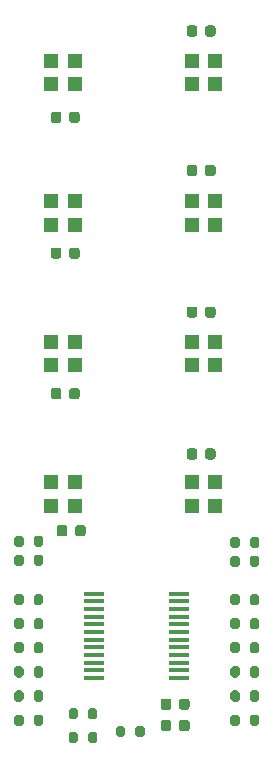
<source format=gtp>
%TF.GenerationSoftware,KiCad,Pcbnew,(5.1.12)-1*%
%TF.CreationDate,2022-08-18T11:29:56-07:00*%
%TF.ProjectId,HighPressureSensorArray,48696768-5072-4657-9373-75726553656e,rev?*%
%TF.SameCoordinates,Original*%
%TF.FileFunction,Paste,Top*%
%TF.FilePolarity,Positive*%
%FSLAX46Y46*%
G04 Gerber Fmt 4.6, Leading zero omitted, Abs format (unit mm)*
G04 Created by KiCad (PCBNEW (5.1.12)-1) date 2022-08-18 11:29:56*
%MOMM*%
%LPD*%
G01*
G04 APERTURE LIST*
%ADD10R,1.300000X1.300000*%
%ADD11R,1.750000X0.450000*%
G04 APERTURE END LIST*
D10*
X122812600Y-68900400D03*
X122812600Y-66900400D03*
X124812600Y-68900400D03*
X124812600Y-66900400D03*
G36*
G01*
X124325000Y-36250000D02*
X124325000Y-35750000D01*
G75*
G02*
X124550000Y-35525000I225000J0D01*
G01*
X125000000Y-35525000D01*
G75*
G02*
X125225000Y-35750000I0J-225000D01*
G01*
X125225000Y-36250000D01*
G75*
G02*
X125000000Y-36475000I-225000J0D01*
G01*
X124550000Y-36475000D01*
G75*
G02*
X124325000Y-36250000I0J225000D01*
G01*
G37*
G36*
G01*
X122775000Y-36250000D02*
X122775000Y-35750000D01*
G75*
G02*
X123000000Y-35525000I225000J0D01*
G01*
X123450000Y-35525000D01*
G75*
G02*
X123675000Y-35750000I0J-225000D01*
G01*
X123675000Y-36250000D01*
G75*
G02*
X123450000Y-36475000I-225000J0D01*
G01*
X123000000Y-36475000D01*
G75*
G02*
X122775000Y-36250000I0J225000D01*
G01*
G37*
G36*
G01*
X122775000Y-47750000D02*
X122775000Y-47250000D01*
G75*
G02*
X123000000Y-47025000I225000J0D01*
G01*
X123450000Y-47025000D01*
G75*
G02*
X123675000Y-47250000I0J-225000D01*
G01*
X123675000Y-47750000D01*
G75*
G02*
X123450000Y-47975000I-225000J0D01*
G01*
X123000000Y-47975000D01*
G75*
G02*
X122775000Y-47750000I0J225000D01*
G01*
G37*
G36*
G01*
X124325000Y-47750000D02*
X124325000Y-47250000D01*
G75*
G02*
X124550000Y-47025000I225000J0D01*
G01*
X125000000Y-47025000D01*
G75*
G02*
X125225000Y-47250000I0J-225000D01*
G01*
X125225000Y-47750000D01*
G75*
G02*
X125000000Y-47975000I-225000J0D01*
G01*
X124550000Y-47975000D01*
G75*
G02*
X124325000Y-47750000I0J225000D01*
G01*
G37*
G36*
G01*
X124325000Y-59650000D02*
X124325000Y-59150000D01*
G75*
G02*
X124550000Y-58925000I225000J0D01*
G01*
X125000000Y-58925000D01*
G75*
G02*
X125225000Y-59150000I0J-225000D01*
G01*
X125225000Y-59650000D01*
G75*
G02*
X125000000Y-59875000I-225000J0D01*
G01*
X124550000Y-59875000D01*
G75*
G02*
X124325000Y-59650000I0J225000D01*
G01*
G37*
G36*
G01*
X122775000Y-59650000D02*
X122775000Y-59150000D01*
G75*
G02*
X123000000Y-58925000I225000J0D01*
G01*
X123450000Y-58925000D01*
G75*
G02*
X123675000Y-59150000I0J-225000D01*
G01*
X123675000Y-59650000D01*
G75*
G02*
X123450000Y-59875000I-225000J0D01*
G01*
X123000000Y-59875000D01*
G75*
G02*
X122775000Y-59650000I0J225000D01*
G01*
G37*
G36*
G01*
X123275000Y-71250000D02*
X123275000Y-70750000D01*
G75*
G02*
X123500000Y-70525000I225000J0D01*
G01*
X123950000Y-70525000D01*
G75*
G02*
X124175000Y-70750000I0J-225000D01*
G01*
X124175000Y-71250000D01*
G75*
G02*
X123950000Y-71475000I-225000J0D01*
G01*
X123500000Y-71475000D01*
G75*
G02*
X123275000Y-71250000I0J225000D01*
G01*
G37*
G36*
G01*
X124825000Y-71250000D02*
X124825000Y-70750000D01*
G75*
G02*
X125050000Y-70525000I225000J0D01*
G01*
X125500000Y-70525000D01*
G75*
G02*
X125725000Y-70750000I0J-225000D01*
G01*
X125725000Y-71250000D01*
G75*
G02*
X125500000Y-71475000I-225000J0D01*
G01*
X125050000Y-71475000D01*
G75*
G02*
X124825000Y-71250000I0J225000D01*
G01*
G37*
G36*
G01*
X135175000Y-28450000D02*
X135175000Y-28950000D01*
G75*
G02*
X134950000Y-29175000I-225000J0D01*
G01*
X134500000Y-29175000D01*
G75*
G02*
X134275000Y-28950000I0J225000D01*
G01*
X134275000Y-28450000D01*
G75*
G02*
X134500000Y-28225000I225000J0D01*
G01*
X134950000Y-28225000D01*
G75*
G02*
X135175000Y-28450000I0J-225000D01*
G01*
G37*
G36*
G01*
X136725000Y-28450000D02*
X136725000Y-28950000D01*
G75*
G02*
X136500000Y-29175000I-225000J0D01*
G01*
X136050000Y-29175000D01*
G75*
G02*
X135825000Y-28950000I0J225000D01*
G01*
X135825000Y-28450000D01*
G75*
G02*
X136050000Y-28225000I225000J0D01*
G01*
X136500000Y-28225000D01*
G75*
G02*
X136725000Y-28450000I0J-225000D01*
G01*
G37*
G36*
G01*
X136725000Y-40250000D02*
X136725000Y-40750000D01*
G75*
G02*
X136500000Y-40975000I-225000J0D01*
G01*
X136050000Y-40975000D01*
G75*
G02*
X135825000Y-40750000I0J225000D01*
G01*
X135825000Y-40250000D01*
G75*
G02*
X136050000Y-40025000I225000J0D01*
G01*
X136500000Y-40025000D01*
G75*
G02*
X136725000Y-40250000I0J-225000D01*
G01*
G37*
G36*
G01*
X135175000Y-40250000D02*
X135175000Y-40750000D01*
G75*
G02*
X134950000Y-40975000I-225000J0D01*
G01*
X134500000Y-40975000D01*
G75*
G02*
X134275000Y-40750000I0J225000D01*
G01*
X134275000Y-40250000D01*
G75*
G02*
X134500000Y-40025000I225000J0D01*
G01*
X134950000Y-40025000D01*
G75*
G02*
X135175000Y-40250000I0J-225000D01*
G01*
G37*
G36*
G01*
X136725000Y-52250000D02*
X136725000Y-52750000D01*
G75*
G02*
X136500000Y-52975000I-225000J0D01*
G01*
X136050000Y-52975000D01*
G75*
G02*
X135825000Y-52750000I0J225000D01*
G01*
X135825000Y-52250000D01*
G75*
G02*
X136050000Y-52025000I225000J0D01*
G01*
X136500000Y-52025000D01*
G75*
G02*
X136725000Y-52250000I0J-225000D01*
G01*
G37*
G36*
G01*
X135175000Y-52250000D02*
X135175000Y-52750000D01*
G75*
G02*
X134950000Y-52975000I-225000J0D01*
G01*
X134500000Y-52975000D01*
G75*
G02*
X134275000Y-52750000I0J225000D01*
G01*
X134275000Y-52250000D01*
G75*
G02*
X134500000Y-52025000I225000J0D01*
G01*
X134950000Y-52025000D01*
G75*
G02*
X135175000Y-52250000I0J-225000D01*
G01*
G37*
G36*
G01*
X135175000Y-64250000D02*
X135175000Y-64750000D01*
G75*
G02*
X134950000Y-64975000I-225000J0D01*
G01*
X134500000Y-64975000D01*
G75*
G02*
X134275000Y-64750000I0J225000D01*
G01*
X134275000Y-64250000D01*
G75*
G02*
X134500000Y-64025000I225000J0D01*
G01*
X134950000Y-64025000D01*
G75*
G02*
X135175000Y-64250000I0J-225000D01*
G01*
G37*
G36*
G01*
X136725000Y-64250000D02*
X136725000Y-64750000D01*
G75*
G02*
X136500000Y-64975000I-225000J0D01*
G01*
X136050000Y-64975000D01*
G75*
G02*
X135825000Y-64750000I0J225000D01*
G01*
X135825000Y-64250000D01*
G75*
G02*
X136050000Y-64025000I225000J0D01*
G01*
X136500000Y-64025000D01*
G75*
G02*
X136725000Y-64250000I0J-225000D01*
G01*
G37*
G36*
G01*
X132075000Y-85950000D02*
X132075000Y-85450000D01*
G75*
G02*
X132300000Y-85225000I225000J0D01*
G01*
X132750000Y-85225000D01*
G75*
G02*
X132975000Y-85450000I0J-225000D01*
G01*
X132975000Y-85950000D01*
G75*
G02*
X132750000Y-86175000I-225000J0D01*
G01*
X132300000Y-86175000D01*
G75*
G02*
X132075000Y-85950000I0J225000D01*
G01*
G37*
G36*
G01*
X133625000Y-85950000D02*
X133625000Y-85450000D01*
G75*
G02*
X133850000Y-85225000I225000J0D01*
G01*
X134300000Y-85225000D01*
G75*
G02*
X134525000Y-85450000I0J-225000D01*
G01*
X134525000Y-85950000D01*
G75*
G02*
X134300000Y-86175000I-225000J0D01*
G01*
X133850000Y-86175000D01*
G75*
G02*
X133625000Y-85950000I0J225000D01*
G01*
G37*
G36*
G01*
X133625000Y-87750000D02*
X133625000Y-87250000D01*
G75*
G02*
X133850000Y-87025000I225000J0D01*
G01*
X134300000Y-87025000D01*
G75*
G02*
X134525000Y-87250000I0J-225000D01*
G01*
X134525000Y-87750000D01*
G75*
G02*
X134300000Y-87975000I-225000J0D01*
G01*
X133850000Y-87975000D01*
G75*
G02*
X133625000Y-87750000I0J225000D01*
G01*
G37*
G36*
G01*
X132075000Y-87750000D02*
X132075000Y-87250000D01*
G75*
G02*
X132300000Y-87025000I225000J0D01*
G01*
X132750000Y-87025000D01*
G75*
G02*
X132975000Y-87250000I0J-225000D01*
G01*
X132975000Y-87750000D01*
G75*
G02*
X132750000Y-87975000I-225000J0D01*
G01*
X132300000Y-87975000D01*
G75*
G02*
X132075000Y-87750000I0J225000D01*
G01*
G37*
G36*
G01*
X138775000Y-73325000D02*
X138775000Y-73875000D01*
G75*
G02*
X138575000Y-74075000I-200000J0D01*
G01*
X138175000Y-74075000D01*
G75*
G02*
X137975000Y-73875000I0J200000D01*
G01*
X137975000Y-73325000D01*
G75*
G02*
X138175000Y-73125000I200000J0D01*
G01*
X138575000Y-73125000D01*
G75*
G02*
X138775000Y-73325000I0J-200000D01*
G01*
G37*
G36*
G01*
X140425000Y-73325000D02*
X140425000Y-73875000D01*
G75*
G02*
X140225000Y-74075000I-200000J0D01*
G01*
X139825000Y-74075000D01*
G75*
G02*
X139625000Y-73875000I0J200000D01*
G01*
X139625000Y-73325000D01*
G75*
G02*
X139825000Y-73125000I200000J0D01*
G01*
X140225000Y-73125000D01*
G75*
G02*
X140425000Y-73325000I0J-200000D01*
G01*
G37*
G36*
G01*
X140425000Y-71725000D02*
X140425000Y-72275000D01*
G75*
G02*
X140225000Y-72475000I-200000J0D01*
G01*
X139825000Y-72475000D01*
G75*
G02*
X139625000Y-72275000I0J200000D01*
G01*
X139625000Y-71725000D01*
G75*
G02*
X139825000Y-71525000I200000J0D01*
G01*
X140225000Y-71525000D01*
G75*
G02*
X140425000Y-71725000I0J-200000D01*
G01*
G37*
G36*
G01*
X138775000Y-71725000D02*
X138775000Y-72275000D01*
G75*
G02*
X138575000Y-72475000I-200000J0D01*
G01*
X138175000Y-72475000D01*
G75*
G02*
X137975000Y-72275000I0J200000D01*
G01*
X137975000Y-71725000D01*
G75*
G02*
X138175000Y-71525000I200000J0D01*
G01*
X138575000Y-71525000D01*
G75*
G02*
X138775000Y-71725000I0J-200000D01*
G01*
G37*
G36*
G01*
X140425000Y-78604590D02*
X140425000Y-79154590D01*
G75*
G02*
X140225000Y-79354590I-200000J0D01*
G01*
X139825000Y-79354590D01*
G75*
G02*
X139625000Y-79154590I0J200000D01*
G01*
X139625000Y-78604590D01*
G75*
G02*
X139825000Y-78404590I200000J0D01*
G01*
X140225000Y-78404590D01*
G75*
G02*
X140425000Y-78604590I0J-200000D01*
G01*
G37*
G36*
G01*
X138775000Y-78604590D02*
X138775000Y-79154590D01*
G75*
G02*
X138575000Y-79354590I-200000J0D01*
G01*
X138175000Y-79354590D01*
G75*
G02*
X137975000Y-79154590I0J200000D01*
G01*
X137975000Y-78604590D01*
G75*
G02*
X138175000Y-78404590I200000J0D01*
G01*
X138575000Y-78404590D01*
G75*
G02*
X138775000Y-78604590I0J-200000D01*
G01*
G37*
G36*
G01*
X138775000Y-76563774D02*
X138775000Y-77113774D01*
G75*
G02*
X138575000Y-77313774I-200000J0D01*
G01*
X138175000Y-77313774D01*
G75*
G02*
X137975000Y-77113774I0J200000D01*
G01*
X137975000Y-76563774D01*
G75*
G02*
X138175000Y-76363774I200000J0D01*
G01*
X138575000Y-76363774D01*
G75*
G02*
X138775000Y-76563774I0J-200000D01*
G01*
G37*
G36*
G01*
X140425000Y-76563774D02*
X140425000Y-77113774D01*
G75*
G02*
X140225000Y-77313774I-200000J0D01*
G01*
X139825000Y-77313774D01*
G75*
G02*
X139625000Y-77113774I0J200000D01*
G01*
X139625000Y-76563774D01*
G75*
G02*
X139825000Y-76363774I200000J0D01*
G01*
X140225000Y-76363774D01*
G75*
G02*
X140425000Y-76563774I0J-200000D01*
G01*
G37*
G36*
G01*
X138775000Y-82686222D02*
X138775000Y-83236222D01*
G75*
G02*
X138575000Y-83436222I-200000J0D01*
G01*
X138175000Y-83436222D01*
G75*
G02*
X137975000Y-83236222I0J200000D01*
G01*
X137975000Y-82686222D01*
G75*
G02*
X138175000Y-82486222I200000J0D01*
G01*
X138575000Y-82486222D01*
G75*
G02*
X138775000Y-82686222I0J-200000D01*
G01*
G37*
G36*
G01*
X140425000Y-82686222D02*
X140425000Y-83236222D01*
G75*
G02*
X140225000Y-83436222I-200000J0D01*
G01*
X139825000Y-83436222D01*
G75*
G02*
X139625000Y-83236222I0J200000D01*
G01*
X139625000Y-82686222D01*
G75*
G02*
X139825000Y-82486222I200000J0D01*
G01*
X140225000Y-82486222D01*
G75*
G02*
X140425000Y-82686222I0J-200000D01*
G01*
G37*
G36*
G01*
X140425000Y-80645406D02*
X140425000Y-81195406D01*
G75*
G02*
X140225000Y-81395406I-200000J0D01*
G01*
X139825000Y-81395406D01*
G75*
G02*
X139625000Y-81195406I0J200000D01*
G01*
X139625000Y-80645406D01*
G75*
G02*
X139825000Y-80445406I200000J0D01*
G01*
X140225000Y-80445406D01*
G75*
G02*
X140425000Y-80645406I0J-200000D01*
G01*
G37*
G36*
G01*
X138775000Y-80645406D02*
X138775000Y-81195406D01*
G75*
G02*
X138575000Y-81395406I-200000J0D01*
G01*
X138175000Y-81395406D01*
G75*
G02*
X137975000Y-81195406I0J200000D01*
G01*
X137975000Y-80645406D01*
G75*
G02*
X138175000Y-80445406I200000J0D01*
G01*
X138575000Y-80445406D01*
G75*
G02*
X138775000Y-80645406I0J-200000D01*
G01*
G37*
G36*
G01*
X140425000Y-86767857D02*
X140425000Y-87317857D01*
G75*
G02*
X140225000Y-87517857I-200000J0D01*
G01*
X139825000Y-87517857D01*
G75*
G02*
X139625000Y-87317857I0J200000D01*
G01*
X139625000Y-86767857D01*
G75*
G02*
X139825000Y-86567857I200000J0D01*
G01*
X140225000Y-86567857D01*
G75*
G02*
X140425000Y-86767857I0J-200000D01*
G01*
G37*
G36*
G01*
X138775000Y-86767857D02*
X138775000Y-87317857D01*
G75*
G02*
X138575000Y-87517857I-200000J0D01*
G01*
X138175000Y-87517857D01*
G75*
G02*
X137975000Y-87317857I0J200000D01*
G01*
X137975000Y-86767857D01*
G75*
G02*
X138175000Y-86567857I200000J0D01*
G01*
X138575000Y-86567857D01*
G75*
G02*
X138775000Y-86767857I0J-200000D01*
G01*
G37*
G36*
G01*
X138775000Y-84727038D02*
X138775000Y-85277038D01*
G75*
G02*
X138575000Y-85477038I-200000J0D01*
G01*
X138175000Y-85477038D01*
G75*
G02*
X137975000Y-85277038I0J200000D01*
G01*
X137975000Y-84727038D01*
G75*
G02*
X138175000Y-84527038I200000J0D01*
G01*
X138575000Y-84527038D01*
G75*
G02*
X138775000Y-84727038I0J-200000D01*
G01*
G37*
G36*
G01*
X140425000Y-84727038D02*
X140425000Y-85277038D01*
G75*
G02*
X140225000Y-85477038I-200000J0D01*
G01*
X139825000Y-85477038D01*
G75*
G02*
X139625000Y-85277038I0J200000D01*
G01*
X139625000Y-84727038D01*
G75*
G02*
X139825000Y-84527038I200000J0D01*
G01*
X140225000Y-84527038D01*
G75*
G02*
X140425000Y-84727038I0J-200000D01*
G01*
G37*
G36*
G01*
X119675000Y-85276016D02*
X119675000Y-84726016D01*
G75*
G02*
X119875000Y-84526016I200000J0D01*
G01*
X120275000Y-84526016D01*
G75*
G02*
X120475000Y-84726016I0J-200000D01*
G01*
X120475000Y-85276016D01*
G75*
G02*
X120275000Y-85476016I-200000J0D01*
G01*
X119875000Y-85476016D01*
G75*
G02*
X119675000Y-85276016I0J200000D01*
G01*
G37*
G36*
G01*
X121325000Y-85276016D02*
X121325000Y-84726016D01*
G75*
G02*
X121525000Y-84526016I200000J0D01*
G01*
X121925000Y-84526016D01*
G75*
G02*
X122125000Y-84726016I0J-200000D01*
G01*
X122125000Y-85276016D01*
G75*
G02*
X121925000Y-85476016I-200000J0D01*
G01*
X121525000Y-85476016D01*
G75*
G02*
X121325000Y-85276016I0J200000D01*
G01*
G37*
G36*
G01*
X119675000Y-87317857D02*
X119675000Y-86767857D01*
G75*
G02*
X119875000Y-86567857I200000J0D01*
G01*
X120275000Y-86567857D01*
G75*
G02*
X120475000Y-86767857I0J-200000D01*
G01*
X120475000Y-87317857D01*
G75*
G02*
X120275000Y-87517857I-200000J0D01*
G01*
X119875000Y-87517857D01*
G75*
G02*
X119675000Y-87317857I0J200000D01*
G01*
G37*
G36*
G01*
X121325000Y-87317857D02*
X121325000Y-86767857D01*
G75*
G02*
X121525000Y-86567857I200000J0D01*
G01*
X121925000Y-86567857D01*
G75*
G02*
X122125000Y-86767857I0J-200000D01*
G01*
X122125000Y-87317857D01*
G75*
G02*
X121925000Y-87517857I-200000J0D01*
G01*
X121525000Y-87517857D01*
G75*
G02*
X121325000Y-87317857I0J200000D01*
G01*
G37*
G36*
G01*
X119675000Y-81192344D02*
X119675000Y-80642344D01*
G75*
G02*
X119875000Y-80442344I200000J0D01*
G01*
X120275000Y-80442344D01*
G75*
G02*
X120475000Y-80642344I0J-200000D01*
G01*
X120475000Y-81192344D01*
G75*
G02*
X120275000Y-81392344I-200000J0D01*
G01*
X119875000Y-81392344D01*
G75*
G02*
X119675000Y-81192344I0J200000D01*
G01*
G37*
G36*
G01*
X121325000Y-81192344D02*
X121325000Y-80642344D01*
G75*
G02*
X121525000Y-80442344I200000J0D01*
G01*
X121925000Y-80442344D01*
G75*
G02*
X122125000Y-80642344I0J-200000D01*
G01*
X122125000Y-81192344D01*
G75*
G02*
X121925000Y-81392344I-200000J0D01*
G01*
X121525000Y-81392344D01*
G75*
G02*
X121325000Y-81192344I0J200000D01*
G01*
G37*
G36*
G01*
X121325000Y-83234180D02*
X121325000Y-82684180D01*
G75*
G02*
X121525000Y-82484180I200000J0D01*
G01*
X121925000Y-82484180D01*
G75*
G02*
X122125000Y-82684180I0J-200000D01*
G01*
X122125000Y-83234180D01*
G75*
G02*
X121925000Y-83434180I-200000J0D01*
G01*
X121525000Y-83434180D01*
G75*
G02*
X121325000Y-83234180I0J200000D01*
G01*
G37*
G36*
G01*
X119675000Y-83234180D02*
X119675000Y-82684180D01*
G75*
G02*
X119875000Y-82484180I200000J0D01*
G01*
X120275000Y-82484180D01*
G75*
G02*
X120475000Y-82684180I0J-200000D01*
G01*
X120475000Y-83234180D01*
G75*
G02*
X120275000Y-83434180I-200000J0D01*
G01*
X119875000Y-83434180D01*
G75*
G02*
X119675000Y-83234180I0J200000D01*
G01*
G37*
G36*
G01*
X119675000Y-77108672D02*
X119675000Y-76558672D01*
G75*
G02*
X119875000Y-76358672I200000J0D01*
G01*
X120275000Y-76358672D01*
G75*
G02*
X120475000Y-76558672I0J-200000D01*
G01*
X120475000Y-77108672D01*
G75*
G02*
X120275000Y-77308672I-200000J0D01*
G01*
X119875000Y-77308672D01*
G75*
G02*
X119675000Y-77108672I0J200000D01*
G01*
G37*
G36*
G01*
X121325000Y-77108672D02*
X121325000Y-76558672D01*
G75*
G02*
X121525000Y-76358672I200000J0D01*
G01*
X121925000Y-76358672D01*
G75*
G02*
X122125000Y-76558672I0J-200000D01*
G01*
X122125000Y-77108672D01*
G75*
G02*
X121925000Y-77308672I-200000J0D01*
G01*
X121525000Y-77308672D01*
G75*
G02*
X121325000Y-77108672I0J200000D01*
G01*
G37*
G36*
G01*
X121325000Y-79150508D02*
X121325000Y-78600508D01*
G75*
G02*
X121525000Y-78400508I200000J0D01*
G01*
X121925000Y-78400508D01*
G75*
G02*
X122125000Y-78600508I0J-200000D01*
G01*
X122125000Y-79150508D01*
G75*
G02*
X121925000Y-79350508I-200000J0D01*
G01*
X121525000Y-79350508D01*
G75*
G02*
X121325000Y-79150508I0J200000D01*
G01*
G37*
G36*
G01*
X119675000Y-79150508D02*
X119675000Y-78600508D01*
G75*
G02*
X119875000Y-78400508I200000J0D01*
G01*
X120275000Y-78400508D01*
G75*
G02*
X120475000Y-78600508I0J-200000D01*
G01*
X120475000Y-79150508D01*
G75*
G02*
X120275000Y-79350508I-200000J0D01*
G01*
X119875000Y-79350508D01*
G75*
G02*
X119675000Y-79150508I0J200000D01*
G01*
G37*
G36*
G01*
X119675000Y-72175000D02*
X119675000Y-71625000D01*
G75*
G02*
X119875000Y-71425000I200000J0D01*
G01*
X120275000Y-71425000D01*
G75*
G02*
X120475000Y-71625000I0J-200000D01*
G01*
X120475000Y-72175000D01*
G75*
G02*
X120275000Y-72375000I-200000J0D01*
G01*
X119875000Y-72375000D01*
G75*
G02*
X119675000Y-72175000I0J200000D01*
G01*
G37*
G36*
G01*
X121325000Y-72175000D02*
X121325000Y-71625000D01*
G75*
G02*
X121525000Y-71425000I200000J0D01*
G01*
X121925000Y-71425000D01*
G75*
G02*
X122125000Y-71625000I0J-200000D01*
G01*
X122125000Y-72175000D01*
G75*
G02*
X121925000Y-72375000I-200000J0D01*
G01*
X121525000Y-72375000D01*
G75*
G02*
X121325000Y-72175000I0J200000D01*
G01*
G37*
G36*
G01*
X121325000Y-73775000D02*
X121325000Y-73225000D01*
G75*
G02*
X121525000Y-73025000I200000J0D01*
G01*
X121925000Y-73025000D01*
G75*
G02*
X122125000Y-73225000I0J-200000D01*
G01*
X122125000Y-73775000D01*
G75*
G02*
X121925000Y-73975000I-200000J0D01*
G01*
X121525000Y-73975000D01*
G75*
G02*
X121325000Y-73775000I0J200000D01*
G01*
G37*
G36*
G01*
X119675000Y-73775000D02*
X119675000Y-73225000D01*
G75*
G02*
X119875000Y-73025000I200000J0D01*
G01*
X120275000Y-73025000D01*
G75*
G02*
X120475000Y-73225000I0J-200000D01*
G01*
X120475000Y-73775000D01*
G75*
G02*
X120275000Y-73975000I-200000J0D01*
G01*
X119875000Y-73975000D01*
G75*
G02*
X119675000Y-73775000I0J200000D01*
G01*
G37*
G36*
G01*
X126725000Y-88225000D02*
X126725000Y-88775000D01*
G75*
G02*
X126525000Y-88975000I-200000J0D01*
G01*
X126125000Y-88975000D01*
G75*
G02*
X125925000Y-88775000I0J200000D01*
G01*
X125925000Y-88225000D01*
G75*
G02*
X126125000Y-88025000I200000J0D01*
G01*
X126525000Y-88025000D01*
G75*
G02*
X126725000Y-88225000I0J-200000D01*
G01*
G37*
G36*
G01*
X125075000Y-88225000D02*
X125075000Y-88775000D01*
G75*
G02*
X124875000Y-88975000I-200000J0D01*
G01*
X124475000Y-88975000D01*
G75*
G02*
X124275000Y-88775000I0J200000D01*
G01*
X124275000Y-88225000D01*
G75*
G02*
X124475000Y-88025000I200000J0D01*
G01*
X124875000Y-88025000D01*
G75*
G02*
X125075000Y-88225000I0J-200000D01*
G01*
G37*
G36*
G01*
X125075000Y-86225000D02*
X125075000Y-86775000D01*
G75*
G02*
X124875000Y-86975000I-200000J0D01*
G01*
X124475000Y-86975000D01*
G75*
G02*
X124275000Y-86775000I0J200000D01*
G01*
X124275000Y-86225000D01*
G75*
G02*
X124475000Y-86025000I200000J0D01*
G01*
X124875000Y-86025000D01*
G75*
G02*
X125075000Y-86225000I0J-200000D01*
G01*
G37*
G36*
G01*
X126725000Y-86225000D02*
X126725000Y-86775000D01*
G75*
G02*
X126525000Y-86975000I-200000J0D01*
G01*
X126125000Y-86975000D01*
G75*
G02*
X125925000Y-86775000I0J200000D01*
G01*
X125925000Y-86225000D01*
G75*
G02*
X126125000Y-86025000I200000J0D01*
G01*
X126525000Y-86025000D01*
G75*
G02*
X126725000Y-86225000I0J-200000D01*
G01*
G37*
G36*
G01*
X129075000Y-87725000D02*
X129075000Y-88275000D01*
G75*
G02*
X128875000Y-88475000I-200000J0D01*
G01*
X128475000Y-88475000D01*
G75*
G02*
X128275000Y-88275000I0J200000D01*
G01*
X128275000Y-87725000D01*
G75*
G02*
X128475000Y-87525000I200000J0D01*
G01*
X128875000Y-87525000D01*
G75*
G02*
X129075000Y-87725000I0J-200000D01*
G01*
G37*
G36*
G01*
X130725000Y-87725000D02*
X130725000Y-88275000D01*
G75*
G02*
X130525000Y-88475000I-200000J0D01*
G01*
X130125000Y-88475000D01*
G75*
G02*
X129925000Y-88275000I0J200000D01*
G01*
X129925000Y-87725000D01*
G75*
G02*
X130125000Y-87525000I200000J0D01*
G01*
X130525000Y-87525000D01*
G75*
G02*
X130725000Y-87725000I0J-200000D01*
G01*
G37*
D11*
X133600000Y-83475000D03*
X133600000Y-82825000D03*
X133600000Y-82175000D03*
X133600000Y-81525000D03*
X133600000Y-80875000D03*
X133600000Y-80225000D03*
X133600000Y-79575000D03*
X133600000Y-78925000D03*
X133600000Y-78275000D03*
X133600000Y-77625000D03*
X133600000Y-76975000D03*
X133600000Y-76325000D03*
X126400000Y-76325000D03*
X126400000Y-76975000D03*
X126400000Y-77625000D03*
X126400000Y-78275000D03*
X126400000Y-78925000D03*
X126400000Y-79575000D03*
X126400000Y-80225000D03*
X126400000Y-80875000D03*
X126400000Y-81525000D03*
X126400000Y-82175000D03*
X126400000Y-82825000D03*
X126400000Y-83475000D03*
D10*
X136712600Y-66900400D03*
X136712600Y-68900400D03*
X134712600Y-66900400D03*
X134712600Y-68900400D03*
X136712600Y-55000400D03*
X136712600Y-57000400D03*
X134712600Y-55000400D03*
X134712600Y-57000400D03*
X136712600Y-43100400D03*
X136712600Y-45100400D03*
X134712600Y-43100400D03*
X134712600Y-45100400D03*
X134712600Y-33200400D03*
X134712600Y-31200400D03*
X136712600Y-33200400D03*
X136712600Y-31200400D03*
X122812600Y-33200400D03*
X122812600Y-31200400D03*
X124812600Y-33200400D03*
X124812600Y-31200400D03*
X124812600Y-43100400D03*
X124812600Y-45100400D03*
X122812600Y-43100400D03*
X122812600Y-45100400D03*
X122812600Y-57000400D03*
X122812600Y-55000400D03*
X124812600Y-57000400D03*
X124812600Y-55000400D03*
M02*

</source>
